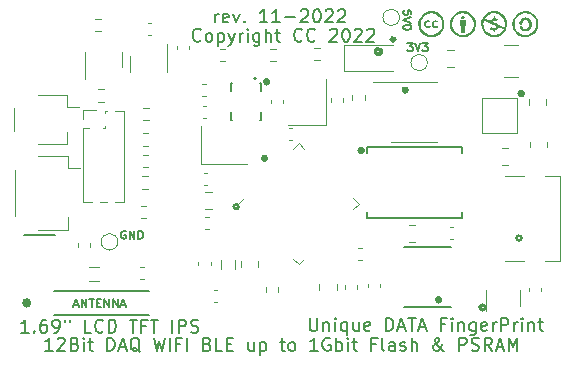
<source format=gbr>
%TF.GenerationSoftware,KiCad,Pcbnew,(6.0.9)*%
%TF.CreationDate,2022-11-24T16:49:11+01:00*%
%TF.ProjectId,LDAD ATOM PRO,4c444144-2041-4544-9f4d-2050524f2e6b,5.3*%
%TF.SameCoordinates,Original*%
%TF.FileFunction,Legend,Top*%
%TF.FilePolarity,Positive*%
%FSLAX46Y46*%
G04 Gerber Fmt 4.6, Leading zero omitted, Abs format (unit mm)*
G04 Created by KiCad (PCBNEW (6.0.9)) date 2022-11-24 16:49:11*
%MOMM*%
%LPD*%
G01*
G04 APERTURE LIST*
%ADD10C,0.280000*%
%ADD11C,0.340000*%
%ADD12C,0.150000*%
%ADD13C,0.200000*%
%ADD14C,0.120000*%
%ADD15C,0.127000*%
%ADD16C,0.381000*%
%ADD17C,0.300000*%
G04 APERTURE END LIST*
D10*
X152501050Y-107610000D02*
G75*
G03*
X152501050Y-107610000I-191050J0D01*
G01*
D11*
X147470799Y-86590000D02*
G75*
G03*
X147470799Y-86590000I-250799J0D01*
G01*
D10*
X149671050Y-89850000D02*
G75*
G03*
X149671050Y-89850000I-191050J0D01*
G01*
X137931050Y-89150000D02*
G75*
G03*
X137931050Y-89150000I-191050J0D01*
G01*
X156248694Y-108268951D02*
G75*
G03*
X156248694Y-108268951I-218694J0D01*
G01*
X159311050Y-102380000D02*
G75*
G03*
X159311050Y-102380000I-191050J0D01*
G01*
X145951050Y-94970000D02*
G75*
G03*
X145951050Y-94970000I-191050J0D01*
G01*
X135361050Y-99730000D02*
G75*
G03*
X135361050Y-99730000I-191050J0D01*
G01*
X159501050Y-90160000D02*
G75*
G03*
X159501050Y-90160000I-191050J0D01*
G01*
X137771050Y-95630000D02*
G75*
G03*
X137771050Y-95630000I-191050J0D01*
G01*
D12*
X150013333Y-83453333D02*
X150013333Y-83120000D01*
X149680000Y-83086666D01*
X149713333Y-83120000D01*
X149746666Y-83186666D01*
X149746666Y-83353333D01*
X149713333Y-83420000D01*
X149680000Y-83453333D01*
X149613333Y-83486666D01*
X149446666Y-83486666D01*
X149380000Y-83453333D01*
X149346666Y-83420000D01*
X149313333Y-83353333D01*
X149313333Y-83186666D01*
X149346666Y-83120000D01*
X149380000Y-83086666D01*
X150013333Y-83686666D02*
X149313333Y-83920000D01*
X150013333Y-84153333D01*
X150013333Y-84520000D02*
X150013333Y-84586666D01*
X149980000Y-84653333D01*
X149946666Y-84686666D01*
X149880000Y-84720000D01*
X149746666Y-84753333D01*
X149580000Y-84753333D01*
X149446666Y-84720000D01*
X149380000Y-84686666D01*
X149346666Y-84653333D01*
X149313333Y-84586666D01*
X149313333Y-84520000D01*
X149346666Y-84453333D01*
X149380000Y-84420000D01*
X149446666Y-84386666D01*
X149580000Y-84353333D01*
X149746666Y-84353333D01*
X149880000Y-84386666D01*
X149946666Y-84420000D01*
X149980000Y-84453333D01*
X150013333Y-84520000D01*
D13*
X141404761Y-109157619D02*
X141404761Y-110048095D01*
X141457142Y-110152857D01*
X141509523Y-110205238D01*
X141614285Y-110257619D01*
X141823809Y-110257619D01*
X141928571Y-110205238D01*
X141980952Y-110152857D01*
X142033333Y-110048095D01*
X142033333Y-109157619D01*
X142557142Y-109524285D02*
X142557142Y-110257619D01*
X142557142Y-109629047D02*
X142609523Y-109576666D01*
X142714285Y-109524285D01*
X142871428Y-109524285D01*
X142976190Y-109576666D01*
X143028571Y-109681428D01*
X143028571Y-110257619D01*
X143552380Y-110257619D02*
X143552380Y-109524285D01*
X143552380Y-109157619D02*
X143500000Y-109210000D01*
X143552380Y-109262380D01*
X143604761Y-109210000D01*
X143552380Y-109157619D01*
X143552380Y-109262380D01*
X144547619Y-109524285D02*
X144547619Y-110624285D01*
X144547619Y-110205238D02*
X144442857Y-110257619D01*
X144233333Y-110257619D01*
X144128571Y-110205238D01*
X144076190Y-110152857D01*
X144023809Y-110048095D01*
X144023809Y-109733809D01*
X144076190Y-109629047D01*
X144128571Y-109576666D01*
X144233333Y-109524285D01*
X144442857Y-109524285D01*
X144547619Y-109576666D01*
X145542857Y-109524285D02*
X145542857Y-110257619D01*
X145071428Y-109524285D02*
X145071428Y-110100476D01*
X145123809Y-110205238D01*
X145228571Y-110257619D01*
X145385714Y-110257619D01*
X145490476Y-110205238D01*
X145542857Y-110152857D01*
X146485714Y-110205238D02*
X146380952Y-110257619D01*
X146171428Y-110257619D01*
X146066666Y-110205238D01*
X146014285Y-110100476D01*
X146014285Y-109681428D01*
X146066666Y-109576666D01*
X146171428Y-109524285D01*
X146380952Y-109524285D01*
X146485714Y-109576666D01*
X146538095Y-109681428D01*
X146538095Y-109786190D01*
X146014285Y-109890952D01*
X147847619Y-110257619D02*
X147847619Y-109157619D01*
X148109523Y-109157619D01*
X148266666Y-109210000D01*
X148371428Y-109314761D01*
X148423809Y-109419523D01*
X148476190Y-109629047D01*
X148476190Y-109786190D01*
X148423809Y-109995714D01*
X148371428Y-110100476D01*
X148266666Y-110205238D01*
X148109523Y-110257619D01*
X147847619Y-110257619D01*
X148895238Y-109943333D02*
X149419047Y-109943333D01*
X148790476Y-110257619D02*
X149157142Y-109157619D01*
X149523809Y-110257619D01*
X149733333Y-109157619D02*
X150361904Y-109157619D01*
X150047619Y-110257619D02*
X150047619Y-109157619D01*
X150676190Y-109943333D02*
X151200000Y-109943333D01*
X150571428Y-110257619D02*
X150938095Y-109157619D01*
X151304761Y-110257619D01*
X152876190Y-109681428D02*
X152509523Y-109681428D01*
X152509523Y-110257619D02*
X152509523Y-109157619D01*
X153033333Y-109157619D01*
X153452380Y-110257619D02*
X153452380Y-109524285D01*
X153452380Y-109157619D02*
X153400000Y-109210000D01*
X153452380Y-109262380D01*
X153504761Y-109210000D01*
X153452380Y-109157619D01*
X153452380Y-109262380D01*
X153976190Y-109524285D02*
X153976190Y-110257619D01*
X153976190Y-109629047D02*
X154028571Y-109576666D01*
X154133333Y-109524285D01*
X154290476Y-109524285D01*
X154395238Y-109576666D01*
X154447619Y-109681428D01*
X154447619Y-110257619D01*
X155442857Y-109524285D02*
X155442857Y-110414761D01*
X155390476Y-110519523D01*
X155338095Y-110571904D01*
X155233333Y-110624285D01*
X155076190Y-110624285D01*
X154971428Y-110571904D01*
X155442857Y-110205238D02*
X155338095Y-110257619D01*
X155128571Y-110257619D01*
X155023809Y-110205238D01*
X154971428Y-110152857D01*
X154919047Y-110048095D01*
X154919047Y-109733809D01*
X154971428Y-109629047D01*
X155023809Y-109576666D01*
X155128571Y-109524285D01*
X155338095Y-109524285D01*
X155442857Y-109576666D01*
X156385714Y-110205238D02*
X156280952Y-110257619D01*
X156071428Y-110257619D01*
X155966666Y-110205238D01*
X155914285Y-110100476D01*
X155914285Y-109681428D01*
X155966666Y-109576666D01*
X156071428Y-109524285D01*
X156280952Y-109524285D01*
X156385714Y-109576666D01*
X156438095Y-109681428D01*
X156438095Y-109786190D01*
X155914285Y-109890952D01*
X156909523Y-110257619D02*
X156909523Y-109524285D01*
X156909523Y-109733809D02*
X156961904Y-109629047D01*
X157014285Y-109576666D01*
X157119047Y-109524285D01*
X157223809Y-109524285D01*
X157590476Y-110257619D02*
X157590476Y-109157619D01*
X158009523Y-109157619D01*
X158114285Y-109210000D01*
X158166666Y-109262380D01*
X158219047Y-109367142D01*
X158219047Y-109524285D01*
X158166666Y-109629047D01*
X158114285Y-109681428D01*
X158009523Y-109733809D01*
X157590476Y-109733809D01*
X158690476Y-110257619D02*
X158690476Y-109524285D01*
X158690476Y-109733809D02*
X158742857Y-109629047D01*
X158795238Y-109576666D01*
X158900000Y-109524285D01*
X159004761Y-109524285D01*
X159371428Y-110257619D02*
X159371428Y-109524285D01*
X159371428Y-109157619D02*
X159319047Y-109210000D01*
X159371428Y-109262380D01*
X159423809Y-109210000D01*
X159371428Y-109157619D01*
X159371428Y-109262380D01*
X159895238Y-109524285D02*
X159895238Y-110257619D01*
X159895238Y-109629047D02*
X159947619Y-109576666D01*
X160052380Y-109524285D01*
X160209523Y-109524285D01*
X160314285Y-109576666D01*
X160366666Y-109681428D01*
X160366666Y-110257619D01*
X160733333Y-109524285D02*
X161152380Y-109524285D01*
X160890476Y-109157619D02*
X160890476Y-110100476D01*
X160942857Y-110205238D01*
X161047619Y-110257619D01*
X161152380Y-110257619D01*
D12*
X121460000Y-108016666D02*
X121793333Y-108016666D01*
X121393333Y-108216666D02*
X121626666Y-107516666D01*
X121860000Y-108216666D01*
X122093333Y-108216666D02*
X122093333Y-107516666D01*
X122493333Y-108216666D01*
X122493333Y-107516666D01*
X122726666Y-107516666D02*
X123126666Y-107516666D01*
X122926666Y-108216666D02*
X122926666Y-107516666D01*
X123360000Y-107850000D02*
X123593333Y-107850000D01*
X123693333Y-108216666D02*
X123360000Y-108216666D01*
X123360000Y-107516666D01*
X123693333Y-107516666D01*
X123993333Y-108216666D02*
X123993333Y-107516666D01*
X124393333Y-108216666D01*
X124393333Y-107516666D01*
X124726666Y-108216666D02*
X124726666Y-107516666D01*
X125126666Y-108216666D01*
X125126666Y-107516666D01*
X125426666Y-108016666D02*
X125760000Y-108016666D01*
X125360000Y-108216666D02*
X125593333Y-107516666D01*
X125826666Y-108216666D01*
D13*
X117619047Y-110387619D02*
X116990476Y-110387619D01*
X117304761Y-110387619D02*
X117304761Y-109287619D01*
X117200000Y-109444761D01*
X117095238Y-109549523D01*
X116990476Y-109601904D01*
X118090476Y-110282857D02*
X118142857Y-110335238D01*
X118090476Y-110387619D01*
X118038095Y-110335238D01*
X118090476Y-110282857D01*
X118090476Y-110387619D01*
X119085714Y-109287619D02*
X118876190Y-109287619D01*
X118771428Y-109340000D01*
X118719047Y-109392380D01*
X118614285Y-109549523D01*
X118561904Y-109759047D01*
X118561904Y-110178095D01*
X118614285Y-110282857D01*
X118666666Y-110335238D01*
X118771428Y-110387619D01*
X118980952Y-110387619D01*
X119085714Y-110335238D01*
X119138095Y-110282857D01*
X119190476Y-110178095D01*
X119190476Y-109916190D01*
X119138095Y-109811428D01*
X119085714Y-109759047D01*
X118980952Y-109706666D01*
X118771428Y-109706666D01*
X118666666Y-109759047D01*
X118614285Y-109811428D01*
X118561904Y-109916190D01*
X119714285Y-110387619D02*
X119923809Y-110387619D01*
X120028571Y-110335238D01*
X120080952Y-110282857D01*
X120185714Y-110125714D01*
X120238095Y-109916190D01*
X120238095Y-109497142D01*
X120185714Y-109392380D01*
X120133333Y-109340000D01*
X120028571Y-109287619D01*
X119819047Y-109287619D01*
X119714285Y-109340000D01*
X119661904Y-109392380D01*
X119609523Y-109497142D01*
X119609523Y-109759047D01*
X119661904Y-109863809D01*
X119714285Y-109916190D01*
X119819047Y-109968571D01*
X120028571Y-109968571D01*
X120133333Y-109916190D01*
X120185714Y-109863809D01*
X120238095Y-109759047D01*
X120657142Y-109287619D02*
X120657142Y-109497142D01*
X121076190Y-109287619D02*
X121076190Y-109497142D01*
X122909523Y-110387619D02*
X122385714Y-110387619D01*
X122385714Y-109287619D01*
X123904761Y-110282857D02*
X123852380Y-110335238D01*
X123695238Y-110387619D01*
X123590476Y-110387619D01*
X123433333Y-110335238D01*
X123328571Y-110230476D01*
X123276190Y-110125714D01*
X123223809Y-109916190D01*
X123223809Y-109759047D01*
X123276190Y-109549523D01*
X123328571Y-109444761D01*
X123433333Y-109340000D01*
X123590476Y-109287619D01*
X123695238Y-109287619D01*
X123852380Y-109340000D01*
X123904761Y-109392380D01*
X124376190Y-110387619D02*
X124376190Y-109287619D01*
X124638095Y-109287619D01*
X124795238Y-109340000D01*
X124900000Y-109444761D01*
X124952380Y-109549523D01*
X125004761Y-109759047D01*
X125004761Y-109916190D01*
X124952380Y-110125714D01*
X124900000Y-110230476D01*
X124795238Y-110335238D01*
X124638095Y-110387619D01*
X124376190Y-110387619D01*
X126157142Y-109287619D02*
X126785714Y-109287619D01*
X126471428Y-110387619D02*
X126471428Y-109287619D01*
X127519047Y-109811428D02*
X127152380Y-109811428D01*
X127152380Y-110387619D02*
X127152380Y-109287619D01*
X127676190Y-109287619D01*
X127938095Y-109287619D02*
X128566666Y-109287619D01*
X128252380Y-110387619D02*
X128252380Y-109287619D01*
X129771428Y-110387619D02*
X129771428Y-109287619D01*
X130295238Y-110387619D02*
X130295238Y-109287619D01*
X130714285Y-109287619D01*
X130819047Y-109340000D01*
X130871428Y-109392380D01*
X130923809Y-109497142D01*
X130923809Y-109654285D01*
X130871428Y-109759047D01*
X130819047Y-109811428D01*
X130714285Y-109863809D01*
X130295238Y-109863809D01*
X131342857Y-110335238D02*
X131500000Y-110387619D01*
X131761904Y-110387619D01*
X131866666Y-110335238D01*
X131919047Y-110282857D01*
X131971428Y-110178095D01*
X131971428Y-110073333D01*
X131919047Y-109968571D01*
X131866666Y-109916190D01*
X131761904Y-109863809D01*
X131552380Y-109811428D01*
X131447619Y-109759047D01*
X131395238Y-109706666D01*
X131342857Y-109601904D01*
X131342857Y-109497142D01*
X131395238Y-109392380D01*
X131447619Y-109340000D01*
X131552380Y-109287619D01*
X131814285Y-109287619D01*
X131971428Y-109340000D01*
X133416190Y-84117619D02*
X133416190Y-83384285D01*
X133416190Y-83593809D02*
X133468571Y-83489047D01*
X133520952Y-83436666D01*
X133625714Y-83384285D01*
X133730476Y-83384285D01*
X134516190Y-84065238D02*
X134411428Y-84117619D01*
X134201904Y-84117619D01*
X134097142Y-84065238D01*
X134044761Y-83960476D01*
X134044761Y-83541428D01*
X134097142Y-83436666D01*
X134201904Y-83384285D01*
X134411428Y-83384285D01*
X134516190Y-83436666D01*
X134568571Y-83541428D01*
X134568571Y-83646190D01*
X134044761Y-83750952D01*
X134935238Y-83384285D02*
X135197142Y-84117619D01*
X135459047Y-83384285D01*
X135878095Y-84012857D02*
X135930476Y-84065238D01*
X135878095Y-84117619D01*
X135825714Y-84065238D01*
X135878095Y-84012857D01*
X135878095Y-84117619D01*
X137816190Y-84117619D02*
X137187619Y-84117619D01*
X137501904Y-84117619D02*
X137501904Y-83017619D01*
X137397142Y-83174761D01*
X137292380Y-83279523D01*
X137187619Y-83331904D01*
X138863809Y-84117619D02*
X138235238Y-84117619D01*
X138549523Y-84117619D02*
X138549523Y-83017619D01*
X138444761Y-83174761D01*
X138340000Y-83279523D01*
X138235238Y-83331904D01*
X139335238Y-83698571D02*
X140173333Y-83698571D01*
X140644761Y-83122380D02*
X140697142Y-83070000D01*
X140801904Y-83017619D01*
X141063809Y-83017619D01*
X141168571Y-83070000D01*
X141220952Y-83122380D01*
X141273333Y-83227142D01*
X141273333Y-83331904D01*
X141220952Y-83489047D01*
X140592380Y-84117619D01*
X141273333Y-84117619D01*
X141954285Y-83017619D02*
X142059047Y-83017619D01*
X142163809Y-83070000D01*
X142216190Y-83122380D01*
X142268571Y-83227142D01*
X142320952Y-83436666D01*
X142320952Y-83698571D01*
X142268571Y-83908095D01*
X142216190Y-84012857D01*
X142163809Y-84065238D01*
X142059047Y-84117619D01*
X141954285Y-84117619D01*
X141849523Y-84065238D01*
X141797142Y-84012857D01*
X141744761Y-83908095D01*
X141692380Y-83698571D01*
X141692380Y-83436666D01*
X141744761Y-83227142D01*
X141797142Y-83122380D01*
X141849523Y-83070000D01*
X141954285Y-83017619D01*
X142740000Y-83122380D02*
X142792380Y-83070000D01*
X142897142Y-83017619D01*
X143159047Y-83017619D01*
X143263809Y-83070000D01*
X143316190Y-83122380D01*
X143368571Y-83227142D01*
X143368571Y-83331904D01*
X143316190Y-83489047D01*
X142687619Y-84117619D01*
X143368571Y-84117619D01*
X143787619Y-83122380D02*
X143840000Y-83070000D01*
X143944761Y-83017619D01*
X144206666Y-83017619D01*
X144311428Y-83070000D01*
X144363809Y-83122380D01*
X144416190Y-83227142D01*
X144416190Y-83331904D01*
X144363809Y-83489047D01*
X143735238Y-84117619D01*
X144416190Y-84117619D01*
D12*
X149673333Y-85866666D02*
X150106666Y-85866666D01*
X149873333Y-86133333D01*
X149973333Y-86133333D01*
X150040000Y-86166666D01*
X150073333Y-86200000D01*
X150106666Y-86266666D01*
X150106666Y-86433333D01*
X150073333Y-86500000D01*
X150040000Y-86533333D01*
X149973333Y-86566666D01*
X149773333Y-86566666D01*
X149706666Y-86533333D01*
X149673333Y-86500000D01*
X150306666Y-85866666D02*
X150540000Y-86566666D01*
X150773333Y-85866666D01*
X150940000Y-85866666D02*
X151373333Y-85866666D01*
X151140000Y-86133333D01*
X151240000Y-86133333D01*
X151306666Y-86166666D01*
X151340000Y-86200000D01*
X151373333Y-86266666D01*
X151373333Y-86433333D01*
X151340000Y-86500000D01*
X151306666Y-86533333D01*
X151240000Y-86566666D01*
X151040000Y-86566666D01*
X150973333Y-86533333D01*
X150940000Y-86500000D01*
D13*
X132160952Y-85642857D02*
X132108571Y-85695238D01*
X131951428Y-85747619D01*
X131846666Y-85747619D01*
X131689523Y-85695238D01*
X131584761Y-85590476D01*
X131532380Y-85485714D01*
X131480000Y-85276190D01*
X131480000Y-85119047D01*
X131532380Y-84909523D01*
X131584761Y-84804761D01*
X131689523Y-84700000D01*
X131846666Y-84647619D01*
X131951428Y-84647619D01*
X132108571Y-84700000D01*
X132160952Y-84752380D01*
X132789523Y-85747619D02*
X132684761Y-85695238D01*
X132632380Y-85642857D01*
X132580000Y-85538095D01*
X132580000Y-85223809D01*
X132632380Y-85119047D01*
X132684761Y-85066666D01*
X132789523Y-85014285D01*
X132946666Y-85014285D01*
X133051428Y-85066666D01*
X133103809Y-85119047D01*
X133156190Y-85223809D01*
X133156190Y-85538095D01*
X133103809Y-85642857D01*
X133051428Y-85695238D01*
X132946666Y-85747619D01*
X132789523Y-85747619D01*
X133627619Y-85014285D02*
X133627619Y-86114285D01*
X133627619Y-85066666D02*
X133732380Y-85014285D01*
X133941904Y-85014285D01*
X134046666Y-85066666D01*
X134099047Y-85119047D01*
X134151428Y-85223809D01*
X134151428Y-85538095D01*
X134099047Y-85642857D01*
X134046666Y-85695238D01*
X133941904Y-85747619D01*
X133732380Y-85747619D01*
X133627619Y-85695238D01*
X134518095Y-85014285D02*
X134780000Y-85747619D01*
X135041904Y-85014285D02*
X134780000Y-85747619D01*
X134675238Y-86009523D01*
X134622857Y-86061904D01*
X134518095Y-86114285D01*
X135460952Y-85747619D02*
X135460952Y-85014285D01*
X135460952Y-85223809D02*
X135513333Y-85119047D01*
X135565714Y-85066666D01*
X135670476Y-85014285D01*
X135775238Y-85014285D01*
X136141904Y-85747619D02*
X136141904Y-85014285D01*
X136141904Y-84647619D02*
X136089523Y-84700000D01*
X136141904Y-84752380D01*
X136194285Y-84700000D01*
X136141904Y-84647619D01*
X136141904Y-84752380D01*
X137137142Y-85014285D02*
X137137142Y-85904761D01*
X137084761Y-86009523D01*
X137032380Y-86061904D01*
X136927619Y-86114285D01*
X136770476Y-86114285D01*
X136665714Y-86061904D01*
X137137142Y-85695238D02*
X137032380Y-85747619D01*
X136822857Y-85747619D01*
X136718095Y-85695238D01*
X136665714Y-85642857D01*
X136613333Y-85538095D01*
X136613333Y-85223809D01*
X136665714Y-85119047D01*
X136718095Y-85066666D01*
X136822857Y-85014285D01*
X137032380Y-85014285D01*
X137137142Y-85066666D01*
X137660952Y-85747619D02*
X137660952Y-84647619D01*
X138132380Y-85747619D02*
X138132380Y-85171428D01*
X138080000Y-85066666D01*
X137975238Y-85014285D01*
X137818095Y-85014285D01*
X137713333Y-85066666D01*
X137660952Y-85119047D01*
X138499047Y-85014285D02*
X138918095Y-85014285D01*
X138656190Y-84647619D02*
X138656190Y-85590476D01*
X138708571Y-85695238D01*
X138813333Y-85747619D01*
X138918095Y-85747619D01*
X140751428Y-85642857D02*
X140699047Y-85695238D01*
X140541904Y-85747619D01*
X140437142Y-85747619D01*
X140280000Y-85695238D01*
X140175238Y-85590476D01*
X140122857Y-85485714D01*
X140070476Y-85276190D01*
X140070476Y-85119047D01*
X140122857Y-84909523D01*
X140175238Y-84804761D01*
X140280000Y-84700000D01*
X140437142Y-84647619D01*
X140541904Y-84647619D01*
X140699047Y-84700000D01*
X140751428Y-84752380D01*
X141851428Y-85642857D02*
X141799047Y-85695238D01*
X141641904Y-85747619D01*
X141537142Y-85747619D01*
X141380000Y-85695238D01*
X141275238Y-85590476D01*
X141222857Y-85485714D01*
X141170476Y-85276190D01*
X141170476Y-85119047D01*
X141222857Y-84909523D01*
X141275238Y-84804761D01*
X141380000Y-84700000D01*
X141537142Y-84647619D01*
X141641904Y-84647619D01*
X141799047Y-84700000D01*
X141851428Y-84752380D01*
X143108571Y-84752380D02*
X143160952Y-84700000D01*
X143265714Y-84647619D01*
X143527619Y-84647619D01*
X143632380Y-84700000D01*
X143684761Y-84752380D01*
X143737142Y-84857142D01*
X143737142Y-84961904D01*
X143684761Y-85119047D01*
X143056190Y-85747619D01*
X143737142Y-85747619D01*
X144418095Y-84647619D02*
X144522857Y-84647619D01*
X144627619Y-84700000D01*
X144680000Y-84752380D01*
X144732380Y-84857142D01*
X144784761Y-85066666D01*
X144784761Y-85328571D01*
X144732380Y-85538095D01*
X144680000Y-85642857D01*
X144627619Y-85695238D01*
X144522857Y-85747619D01*
X144418095Y-85747619D01*
X144313333Y-85695238D01*
X144260952Y-85642857D01*
X144208571Y-85538095D01*
X144156190Y-85328571D01*
X144156190Y-85066666D01*
X144208571Y-84857142D01*
X144260952Y-84752380D01*
X144313333Y-84700000D01*
X144418095Y-84647619D01*
X145203809Y-84752380D02*
X145256190Y-84700000D01*
X145360952Y-84647619D01*
X145622857Y-84647619D01*
X145727619Y-84700000D01*
X145780000Y-84752380D01*
X145832380Y-84857142D01*
X145832380Y-84961904D01*
X145780000Y-85119047D01*
X145151428Y-85747619D01*
X145832380Y-85747619D01*
X146251428Y-84752380D02*
X146303809Y-84700000D01*
X146408571Y-84647619D01*
X146670476Y-84647619D01*
X146775238Y-84700000D01*
X146827619Y-84752380D01*
X146880000Y-84857142D01*
X146880000Y-84961904D01*
X146827619Y-85119047D01*
X146199047Y-85747619D01*
X146880000Y-85747619D01*
X119639047Y-111927619D02*
X119010476Y-111927619D01*
X119324761Y-111927619D02*
X119324761Y-110827619D01*
X119219999Y-110984761D01*
X119115238Y-111089523D01*
X119010476Y-111141904D01*
X120058095Y-110932380D02*
X120110476Y-110880000D01*
X120215238Y-110827619D01*
X120477142Y-110827619D01*
X120581904Y-110880000D01*
X120634285Y-110932380D01*
X120686666Y-111037142D01*
X120686666Y-111141904D01*
X120634285Y-111299047D01*
X120005714Y-111927619D01*
X120686666Y-111927619D01*
X121524761Y-111351428D02*
X121681904Y-111403809D01*
X121734285Y-111456190D01*
X121786666Y-111560952D01*
X121786666Y-111718095D01*
X121734285Y-111822857D01*
X121681904Y-111875238D01*
X121577142Y-111927619D01*
X121158095Y-111927619D01*
X121158095Y-110827619D01*
X121524761Y-110827619D01*
X121629523Y-110880000D01*
X121681904Y-110932380D01*
X121734285Y-111037142D01*
X121734285Y-111141904D01*
X121681904Y-111246666D01*
X121629523Y-111299047D01*
X121524761Y-111351428D01*
X121158095Y-111351428D01*
X122258095Y-111927619D02*
X122258095Y-111194285D01*
X122258095Y-110827619D02*
X122205714Y-110880000D01*
X122258095Y-110932380D01*
X122310476Y-110880000D01*
X122258095Y-110827619D01*
X122258095Y-110932380D01*
X122624761Y-111194285D02*
X123043809Y-111194285D01*
X122781904Y-110827619D02*
X122781904Y-111770476D01*
X122834285Y-111875238D01*
X122939047Y-111927619D01*
X123043809Y-111927619D01*
X124248571Y-111927619D02*
X124248571Y-110827619D01*
X124510476Y-110827619D01*
X124667619Y-110880000D01*
X124772380Y-110984761D01*
X124824761Y-111089523D01*
X124877142Y-111299047D01*
X124877142Y-111456190D01*
X124824761Y-111665714D01*
X124772380Y-111770476D01*
X124667619Y-111875238D01*
X124510476Y-111927619D01*
X124248571Y-111927619D01*
X125296190Y-111613333D02*
X125819999Y-111613333D01*
X125191428Y-111927619D02*
X125558095Y-110827619D01*
X125924761Y-111927619D01*
X127024761Y-112032380D02*
X126919999Y-111980000D01*
X126815238Y-111875238D01*
X126658095Y-111718095D01*
X126553333Y-111665714D01*
X126448571Y-111665714D01*
X126500952Y-111927619D02*
X126396190Y-111875238D01*
X126291428Y-111770476D01*
X126239047Y-111560952D01*
X126239047Y-111194285D01*
X126291428Y-110984761D01*
X126396190Y-110880000D01*
X126500952Y-110827619D01*
X126710476Y-110827619D01*
X126815238Y-110880000D01*
X126919999Y-110984761D01*
X126972380Y-111194285D01*
X126972380Y-111560952D01*
X126919999Y-111770476D01*
X126815238Y-111875238D01*
X126710476Y-111927619D01*
X126500952Y-111927619D01*
X128177142Y-110827619D02*
X128439047Y-111927619D01*
X128648571Y-111141904D01*
X128858095Y-111927619D01*
X129120000Y-110827619D01*
X129539047Y-111927619D02*
X129539047Y-110827619D01*
X130429523Y-111351428D02*
X130062857Y-111351428D01*
X130062857Y-111927619D02*
X130062857Y-110827619D01*
X130586666Y-110827619D01*
X131005714Y-111927619D02*
X131005714Y-110827619D01*
X132734285Y-111351428D02*
X132891428Y-111403809D01*
X132943809Y-111456190D01*
X132996190Y-111560952D01*
X132996190Y-111718095D01*
X132943809Y-111822857D01*
X132891428Y-111875238D01*
X132786666Y-111927619D01*
X132367619Y-111927619D01*
X132367619Y-110827619D01*
X132734285Y-110827619D01*
X132839047Y-110880000D01*
X132891428Y-110932380D01*
X132943809Y-111037142D01*
X132943809Y-111141904D01*
X132891428Y-111246666D01*
X132839047Y-111299047D01*
X132734285Y-111351428D01*
X132367619Y-111351428D01*
X133991428Y-111927619D02*
X133467619Y-111927619D01*
X133467619Y-110827619D01*
X134358095Y-111351428D02*
X134724761Y-111351428D01*
X134881904Y-111927619D02*
X134358095Y-111927619D01*
X134358095Y-110827619D01*
X134881904Y-110827619D01*
X136662857Y-111194285D02*
X136662857Y-111927619D01*
X136191428Y-111194285D02*
X136191428Y-111770476D01*
X136243809Y-111875238D01*
X136348571Y-111927619D01*
X136505714Y-111927619D01*
X136610476Y-111875238D01*
X136662857Y-111822857D01*
X137186666Y-111194285D02*
X137186666Y-112294285D01*
X137186666Y-111246666D02*
X137291428Y-111194285D01*
X137500952Y-111194285D01*
X137605714Y-111246666D01*
X137658095Y-111299047D01*
X137710476Y-111403809D01*
X137710476Y-111718095D01*
X137658095Y-111822857D01*
X137605714Y-111875238D01*
X137500952Y-111927619D01*
X137291428Y-111927619D01*
X137186666Y-111875238D01*
X138862857Y-111194285D02*
X139281904Y-111194285D01*
X139020000Y-110827619D02*
X139020000Y-111770476D01*
X139072380Y-111875238D01*
X139177142Y-111927619D01*
X139281904Y-111927619D01*
X139805714Y-111927619D02*
X139700952Y-111875238D01*
X139648571Y-111822857D01*
X139596190Y-111718095D01*
X139596190Y-111403809D01*
X139648571Y-111299047D01*
X139700952Y-111246666D01*
X139805714Y-111194285D01*
X139962857Y-111194285D01*
X140067619Y-111246666D01*
X140120000Y-111299047D01*
X140172380Y-111403809D01*
X140172380Y-111718095D01*
X140120000Y-111822857D01*
X140067619Y-111875238D01*
X139962857Y-111927619D01*
X139805714Y-111927619D01*
X142058095Y-111927619D02*
X141429523Y-111927619D01*
X141743809Y-111927619D02*
X141743809Y-110827619D01*
X141639047Y-110984761D01*
X141534285Y-111089523D01*
X141429523Y-111141904D01*
X143105714Y-110880000D02*
X143000952Y-110827619D01*
X142843809Y-110827619D01*
X142686666Y-110880000D01*
X142581904Y-110984761D01*
X142529523Y-111089523D01*
X142477142Y-111299047D01*
X142477142Y-111456190D01*
X142529523Y-111665714D01*
X142581904Y-111770476D01*
X142686666Y-111875238D01*
X142843809Y-111927619D01*
X142948571Y-111927619D01*
X143105714Y-111875238D01*
X143158095Y-111822857D01*
X143158095Y-111456190D01*
X142948571Y-111456190D01*
X143629523Y-111927619D02*
X143629523Y-110827619D01*
X143629523Y-111246666D02*
X143734285Y-111194285D01*
X143943809Y-111194285D01*
X144048571Y-111246666D01*
X144100952Y-111299047D01*
X144153333Y-111403809D01*
X144153333Y-111718095D01*
X144100952Y-111822857D01*
X144048571Y-111875238D01*
X143943809Y-111927619D01*
X143734285Y-111927619D01*
X143629523Y-111875238D01*
X144624761Y-111927619D02*
X144624761Y-111194285D01*
X144624761Y-110827619D02*
X144572380Y-110880000D01*
X144624761Y-110932380D01*
X144677142Y-110880000D01*
X144624761Y-110827619D01*
X144624761Y-110932380D01*
X144991428Y-111194285D02*
X145410476Y-111194285D01*
X145148571Y-110827619D02*
X145148571Y-111770476D01*
X145200952Y-111875238D01*
X145305714Y-111927619D01*
X145410476Y-111927619D01*
X146981904Y-111351428D02*
X146615238Y-111351428D01*
X146615238Y-111927619D02*
X146615238Y-110827619D01*
X147139047Y-110827619D01*
X147715238Y-111927619D02*
X147610476Y-111875238D01*
X147558095Y-111770476D01*
X147558095Y-110827619D01*
X148605714Y-111927619D02*
X148605714Y-111351428D01*
X148553333Y-111246666D01*
X148448571Y-111194285D01*
X148239047Y-111194285D01*
X148134285Y-111246666D01*
X148605714Y-111875238D02*
X148500952Y-111927619D01*
X148239047Y-111927619D01*
X148134285Y-111875238D01*
X148081904Y-111770476D01*
X148081904Y-111665714D01*
X148134285Y-111560952D01*
X148239047Y-111508571D01*
X148500952Y-111508571D01*
X148605714Y-111456190D01*
X149077142Y-111875238D02*
X149181904Y-111927619D01*
X149391428Y-111927619D01*
X149496190Y-111875238D01*
X149548571Y-111770476D01*
X149548571Y-111718095D01*
X149496190Y-111613333D01*
X149391428Y-111560952D01*
X149234285Y-111560952D01*
X149129523Y-111508571D01*
X149077142Y-111403809D01*
X149077142Y-111351428D01*
X149129523Y-111246666D01*
X149234285Y-111194285D01*
X149391428Y-111194285D01*
X149496190Y-111246666D01*
X150020000Y-111927619D02*
X150020000Y-110827619D01*
X150491428Y-111927619D02*
X150491428Y-111351428D01*
X150439047Y-111246666D01*
X150334285Y-111194285D01*
X150177142Y-111194285D01*
X150072380Y-111246666D01*
X150020000Y-111299047D01*
X152743809Y-111927619D02*
X152691428Y-111927619D01*
X152586666Y-111875238D01*
X152429523Y-111718095D01*
X152167619Y-111403809D01*
X152062857Y-111246666D01*
X152010476Y-111089523D01*
X152010476Y-110984761D01*
X152062857Y-110880000D01*
X152167619Y-110827619D01*
X152220000Y-110827619D01*
X152324761Y-110880000D01*
X152377142Y-110984761D01*
X152377142Y-111037142D01*
X152324761Y-111141904D01*
X152272380Y-111194285D01*
X151958095Y-111403809D01*
X151905714Y-111456190D01*
X151853333Y-111560952D01*
X151853333Y-111718095D01*
X151905714Y-111822857D01*
X151958095Y-111875238D01*
X152062857Y-111927619D01*
X152220000Y-111927619D01*
X152324761Y-111875238D01*
X152377142Y-111822857D01*
X152534285Y-111613333D01*
X152586666Y-111456190D01*
X152586666Y-111351428D01*
X154053333Y-111927619D02*
X154053333Y-110827619D01*
X154472380Y-110827619D01*
X154577142Y-110880000D01*
X154629523Y-110932380D01*
X154681904Y-111037142D01*
X154681904Y-111194285D01*
X154629523Y-111299047D01*
X154577142Y-111351428D01*
X154472380Y-111403809D01*
X154053333Y-111403809D01*
X155100952Y-111875238D02*
X155258095Y-111927619D01*
X155520000Y-111927619D01*
X155624761Y-111875238D01*
X155677142Y-111822857D01*
X155729523Y-111718095D01*
X155729523Y-111613333D01*
X155677142Y-111508571D01*
X155624761Y-111456190D01*
X155520000Y-111403809D01*
X155310476Y-111351428D01*
X155205714Y-111299047D01*
X155153333Y-111246666D01*
X155100952Y-111141904D01*
X155100952Y-111037142D01*
X155153333Y-110932380D01*
X155205714Y-110880000D01*
X155310476Y-110827619D01*
X155572380Y-110827619D01*
X155729523Y-110880000D01*
X156829523Y-111927619D02*
X156462857Y-111403809D01*
X156200952Y-111927619D02*
X156200952Y-110827619D01*
X156620000Y-110827619D01*
X156724761Y-110880000D01*
X156777142Y-110932380D01*
X156829523Y-111037142D01*
X156829523Y-111194285D01*
X156777142Y-111299047D01*
X156724761Y-111351428D01*
X156620000Y-111403809D01*
X156200952Y-111403809D01*
X157248571Y-111613333D02*
X157772380Y-111613333D01*
X157143809Y-111927619D02*
X157510476Y-110827619D01*
X157877142Y-111927619D01*
X158243809Y-111927619D02*
X158243809Y-110827619D01*
X158610476Y-111613333D01*
X158977142Y-110827619D01*
X158977142Y-111927619D01*
D12*
X125816666Y-101780000D02*
X125750000Y-101746666D01*
X125650000Y-101746666D01*
X125550000Y-101780000D01*
X125483333Y-101846666D01*
X125450000Y-101913333D01*
X125416666Y-102046666D01*
X125416666Y-102146666D01*
X125450000Y-102280000D01*
X125483333Y-102346666D01*
X125550000Y-102413333D01*
X125650000Y-102446666D01*
X125716666Y-102446666D01*
X125816666Y-102413333D01*
X125850000Y-102380000D01*
X125850000Y-102146666D01*
X125716666Y-102146666D01*
X126150000Y-102446666D02*
X126150000Y-101746666D01*
X126550000Y-102446666D01*
X126550000Y-101746666D01*
X126883333Y-102446666D02*
X126883333Y-101746666D01*
X127050000Y-101746666D01*
X127150000Y-101780000D01*
X127216666Y-101846666D01*
X127250000Y-101913333D01*
X127283333Y-102046666D01*
X127283333Y-102146666D01*
X127250000Y-102280000D01*
X127216666Y-102346666D01*
X127150000Y-102413333D01*
X127050000Y-102446666D01*
X126883333Y-102446666D01*
%TO.C,*%
D14*
%TO.C,EC20*%
X133000000Y-104399420D02*
X133000000Y-104680580D01*
X131980000Y-104399420D02*
X131980000Y-104680580D01*
%TO.C,EC18*%
X142225000Y-106801252D02*
X142225000Y-106278748D01*
X143695000Y-106801252D02*
X143695000Y-106278748D01*
%TO.C,AUC1*%
X147370000Y-106259420D02*
X147370000Y-106540580D01*
X146350000Y-106259420D02*
X146350000Y-106540580D01*
%TO.C,AR1*%
X161425000Y-90622936D02*
X161425000Y-91077064D01*
X159955000Y-90622936D02*
X159955000Y-91077064D01*
%TO.C,EC25*%
X149828748Y-102745000D02*
X150351252Y-102745000D01*
X149828748Y-101275000D02*
X150351252Y-101275000D01*
%TO.C,LR1*%
X141802742Y-86287500D02*
X142277258Y-86287500D01*
X141802742Y-87332500D02*
X142277258Y-87332500D01*
%TO.C,ECY3*%
X132170000Y-96112500D02*
X136070000Y-96112500D01*
X132170000Y-92912500D02*
X132170000Y-96112500D01*
%TO.C,EC60*%
X132620580Y-92240000D02*
X132339420Y-92240000D01*
X132620580Y-91220000D02*
X132339420Y-91220000D01*
%TO.C,EC61*%
X132720580Y-96840000D02*
X132439420Y-96840000D01*
X132720580Y-97860000D02*
X132439420Y-97860000D01*
%TO.C,J1*%
X123868471Y-93085000D02*
X124011529Y-93085000D01*
X122175000Y-92325000D02*
X122175000Y-91565000D01*
X123612530Y-99370000D02*
X124267470Y-99370000D01*
X125705000Y-91630000D02*
X125705000Y-99370000D01*
X124065000Y-91630000D02*
X124267470Y-91630000D01*
X122175000Y-91565000D02*
X123305000Y-91565000D01*
X124065000Y-91761529D02*
X124065000Y-91630000D01*
X122175000Y-93085000D02*
X122741529Y-93085000D01*
X124882530Y-91630000D02*
X125705000Y-91630000D01*
X122175000Y-93085000D02*
X122175000Y-99370000D01*
X122175000Y-99370000D02*
X122997470Y-99370000D01*
X124065000Y-93031529D02*
X124065000Y-92888471D01*
X124882530Y-99370000D02*
X125705000Y-99370000D01*
%TO.C,ESP32S3*%
X139990432Y-94824308D02*
X140450051Y-94364689D01*
X140909670Y-104115692D02*
X140450051Y-104575311D01*
X145555362Y-99470000D02*
X145095743Y-99010381D01*
X140450051Y-104575311D02*
X139990432Y-104115692D01*
X135804359Y-99010381D02*
X135344740Y-99470000D01*
X140450051Y-94364689D02*
X140909670Y-94824308D01*
X145095743Y-99929619D02*
X145555362Y-99470000D01*
%TO.C,ER1*%
X138742500Y-106979758D02*
X138742500Y-106505242D01*
X137697500Y-106979758D02*
X137697500Y-106505242D01*
%TO.C,ER3*%
X123987258Y-89787500D02*
X123512742Y-89787500D01*
X123987258Y-90832500D02*
X123512742Y-90832500D01*
%TO.C,EC38*%
X127049420Y-104810000D02*
X127330580Y-104810000D01*
X127049420Y-105830000D02*
X127330580Y-105830000D01*
%TO.C,J2*%
X162620000Y-104360000D02*
X161360000Y-104360000D01*
X162620000Y-97140000D02*
X162620000Y-104360000D01*
X159560000Y-104360000D02*
X157920000Y-104360000D01*
X159560000Y-97140000D02*
X157900000Y-97140000D01*
X161360000Y-97140000D02*
X162620000Y-97140000D01*
%TO.C,SHC1*%
X159940000Y-106900580D02*
X159940000Y-106619420D01*
X160960000Y-106900580D02*
X160960000Y-106619420D01*
%TO.C,PSR1*%
X145007500Y-90724758D02*
X145007500Y-90250242D01*
X146052500Y-90724758D02*
X146052500Y-90250242D01*
%TO.C,SH1*%
X159170000Y-108110000D02*
X159170000Y-106810000D01*
X156350000Y-108550000D02*
X156350000Y-106810000D01*
D15*
%TO.C,J20*%
X119795000Y-102160000D02*
X117195000Y-102160000D01*
D14*
%TO.C,EC26*%
X145509420Y-103260000D02*
X145790580Y-103260000D01*
X145509420Y-104280000D02*
X145790580Y-104280000D01*
%TO.C,AC1*%
X153581252Y-87925000D02*
X153058748Y-87925000D01*
X153581252Y-86455000D02*
X153058748Y-86455000D01*
%TO.C,MCPC2*%
X131150000Y-86089420D02*
X131150000Y-86370580D01*
X130130000Y-86089420D02*
X130130000Y-86370580D01*
%TO.C,EC40*%
X135545000Y-104831252D02*
X135545000Y-104308748D01*
X137015000Y-104831252D02*
X137015000Y-104308748D01*
%TO.C,TP2*%
X151360000Y-87530000D02*
G75*
G03*
X151360000Y-87530000I-700000J0D01*
G01*
%TO.C,EC17*%
X144360000Y-106660580D02*
X144360000Y-106379420D01*
X145380000Y-106660580D02*
X145380000Y-106379420D01*
%TO.C,G\u002A\u002A\u002A*%
G36*
X154420711Y-83575428D02*
G01*
X154464482Y-83601400D01*
X154505590Y-83657416D01*
X154513792Y-83722401D01*
X154493335Y-83785030D01*
X154448463Y-83833975D01*
X154383421Y-83857909D01*
X154368050Y-83858698D01*
X154299348Y-83843046D01*
X154261969Y-83816092D01*
X154225457Y-83751516D01*
X154223498Y-83686798D01*
X154249067Y-83629385D01*
X154295142Y-83586721D01*
X154354698Y-83566253D01*
X154420711Y-83575428D01*
G37*
G36*
X154474607Y-83923758D02*
G01*
X154553875Y-83929621D01*
X154609510Y-83939027D01*
X154628399Y-83947598D01*
X154641703Y-83983997D01*
X154650198Y-84060729D01*
X154653710Y-84176048D01*
X154653800Y-84201598D01*
X154653163Y-84302849D01*
X154650446Y-84369054D01*
X154644434Y-84407490D01*
X154633915Y-84425437D01*
X154617676Y-84430171D01*
X154615700Y-84430198D01*
X154580244Y-84435435D01*
X154555476Y-84455231D01*
X154539585Y-84495709D01*
X154530758Y-84562995D01*
X154527183Y-84663214D01*
X154526800Y-84730765D01*
X154526800Y-84980532D01*
X154209300Y-84980532D01*
X154209300Y-84730765D01*
X154207750Y-84610891D01*
X154201895Y-84527153D01*
X154189923Y-84473424D01*
X154170022Y-84443580D01*
X154140379Y-84431496D01*
X154120400Y-84430198D01*
X154103524Y-84426381D01*
X154092490Y-84410076D01*
X154086084Y-84374005D01*
X154083093Y-84310891D01*
X154082304Y-84213456D01*
X154082300Y-84201598D01*
X154084866Y-84079298D01*
X154092447Y-83995261D01*
X154104871Y-83951232D01*
X154107700Y-83947598D01*
X154140590Y-83935743D01*
X154204696Y-83927432D01*
X154289047Y-83922664D01*
X154382674Y-83921439D01*
X154474607Y-83923758D01*
G37*
G36*
X151457701Y-83938770D02*
G01*
X151561272Y-83975449D01*
X151621337Y-84018221D01*
X151658381Y-84053574D01*
X151666187Y-84074769D01*
X151647563Y-84095308D01*
X151638796Y-84102163D01*
X151577435Y-84131180D01*
X151523037Y-84121989D01*
X151499966Y-84102115D01*
X151454383Y-84076232D01*
X151391750Y-84072828D01*
X151331101Y-84092238D01*
X151320808Y-84098943D01*
X151291621Y-84140682D01*
X151274820Y-84216842D01*
X151272348Y-84241818D01*
X151269922Y-84316823D01*
X151280314Y-84367817D01*
X151307197Y-84412122D01*
X151308922Y-84414323D01*
X151368484Y-84460946D01*
X151437509Y-84471536D01*
X151503854Y-84445166D01*
X151520821Y-84430510D01*
X151558976Y-84402220D01*
X151598304Y-84405346D01*
X151616071Y-84412741D01*
X151654980Y-84434879D01*
X151669300Y-84450802D01*
X151652604Y-84479525D01*
X151610685Y-84518459D01*
X151555789Y-84558119D01*
X151500166Y-84589024D01*
X151480933Y-84596651D01*
X151433486Y-84612018D01*
X151401417Y-84616994D01*
X151365788Y-84611510D01*
X151309466Y-84596001D01*
X151214229Y-84549932D01*
X151138785Y-84476137D01*
X151092744Y-84385057D01*
X151085623Y-84352869D01*
X151081837Y-84222206D01*
X151113644Y-84112410D01*
X151161327Y-84041817D01*
X151248160Y-83972445D01*
X151350141Y-83937932D01*
X151457701Y-83938770D01*
G37*
G36*
X158591361Y-84004089D02*
G01*
X158638013Y-83861814D01*
X158689404Y-83747676D01*
X158750878Y-83653842D01*
X158836747Y-83551669D01*
X158936433Y-83451511D01*
X159039360Y-83363721D01*
X159134948Y-83298655D01*
X159163220Y-83283868D01*
X159373368Y-83204259D01*
X159578968Y-83166527D01*
X159780903Y-83170566D01*
X159905795Y-83194292D01*
X160119514Y-83268971D01*
X160306097Y-83375866D01*
X160464165Y-83513600D01*
X160592340Y-83680793D01*
X160689242Y-83876067D01*
X160736872Y-84025369D01*
X160765771Y-84220760D01*
X160756216Y-84421055D01*
X160710052Y-84618190D01*
X160629122Y-84804099D01*
X160522846Y-84961594D01*
X160376016Y-85110004D01*
X160207042Y-85227836D01*
X160022002Y-85313078D01*
X159826972Y-85363717D01*
X159628030Y-85377740D01*
X159431253Y-85353134D01*
X159380485Y-85339955D01*
X159286922Y-85308016D01*
X159188942Y-85267214D01*
X159137117Y-85241812D01*
X159041370Y-85178442D01*
X158936808Y-85089849D01*
X158835090Y-84987679D01*
X158747873Y-84883575D01*
X158689964Y-84795172D01*
X158633225Y-84668036D01*
X158587620Y-84524888D01*
X158557845Y-84383114D01*
X158548466Y-84271448D01*
X158750453Y-84271448D01*
X158762312Y-84446332D01*
X158800687Y-84597161D01*
X158869772Y-84733433D01*
X158973761Y-84864648D01*
X159043041Y-84934052D01*
X159164270Y-85030216D01*
X159301723Y-85109715D01*
X159439433Y-85163776D01*
X159479800Y-85174023D01*
X159570748Y-85183896D01*
X159684528Y-85182653D01*
X159803517Y-85171657D01*
X159910092Y-85152268D01*
X159961728Y-85136808D01*
X160139190Y-85050060D01*
X160288345Y-84935995D01*
X160407979Y-84799509D01*
X160496874Y-84645499D01*
X160553815Y-84478862D01*
X160577588Y-84304494D01*
X160566975Y-84127291D01*
X160520762Y-83952151D01*
X160437733Y-83783969D01*
X160332221Y-83644474D01*
X160195299Y-83522846D01*
X160038427Y-83434382D01*
X159867967Y-83379203D01*
X159690281Y-83357434D01*
X159511730Y-83369197D01*
X159338675Y-83414613D01*
X159177478Y-83493807D01*
X159034500Y-83606900D01*
X159022283Y-83619219D01*
X158900579Y-83763850D01*
X158817148Y-83910984D01*
X158768380Y-84069285D01*
X158750664Y-84247416D01*
X158750453Y-84271448D01*
X158548466Y-84271448D01*
X158559964Y-84146386D01*
X158591361Y-84004089D01*
G37*
G36*
X155942421Y-84010917D02*
G01*
X156000559Y-83840155D01*
X156040849Y-83763183D01*
X156262466Y-83763183D01*
X156280373Y-83783565D01*
X156327366Y-83813561D01*
X156393352Y-83846750D01*
X156394758Y-83847385D01*
X156474875Y-83883522D01*
X156550258Y-83917576D01*
X156597270Y-83938858D01*
X156641090Y-83956585D01*
X156670310Y-83955400D01*
X156700109Y-83930204D01*
X156730678Y-83894053D01*
X156800897Y-83830458D01*
X156876318Y-83792692D01*
X156930268Y-83772253D01*
X156955474Y-83744661D01*
X156964851Y-83695227D01*
X156965160Y-83691635D01*
X156973733Y-83640210D01*
X156993957Y-83618875D01*
X157024466Y-83615282D01*
X157060473Y-83621356D01*
X157077501Y-83647681D01*
X157083820Y-83692432D01*
X157091714Y-83742037D01*
X157112844Y-83769190D01*
X157159699Y-83786944D01*
X157179070Y-83791994D01*
X157245585Y-83813625D01*
X157300422Y-83839503D01*
X157310216Y-83845993D01*
X157334741Y-83867144D01*
X157336734Y-83886727D01*
X157313280Y-83916879D01*
X157286619Y-83944246D01*
X157244169Y-83984658D01*
X157214692Y-83998640D01*
X157181834Y-83990290D01*
X157155379Y-83977138D01*
X157092185Y-83953244D01*
X157032476Y-83943365D01*
X156973689Y-83956927D01*
X156924027Y-83990358D01*
X156898399Y-84032772D01*
X156897466Y-84041937D01*
X156917092Y-84064901D01*
X156974613Y-84100886D01*
X157067999Y-84148845D01*
X157195218Y-84207733D01*
X157347950Y-84273854D01*
X157434015Y-84311018D01*
X157534304Y-84355559D01*
X157612533Y-84391146D01*
X157719326Y-84440108D01*
X157794230Y-84473183D01*
X157843599Y-84492637D01*
X157873787Y-84500732D01*
X157891150Y-84499735D01*
X157900309Y-84493686D01*
X157911103Y-84464680D01*
X157921511Y-84406084D01*
X157929258Y-84330824D01*
X157922577Y-84139666D01*
X157876693Y-83957711D01*
X157794509Y-83789819D01*
X157678931Y-83640850D01*
X157532866Y-83515666D01*
X157393613Y-83434759D01*
X157225689Y-83377004D01*
X157045077Y-83354442D01*
X156861943Y-83366629D01*
X156686451Y-83413123D01*
X156564878Y-83470874D01*
X156505347Y-83511633D01*
X156438377Y-83566384D01*
X156372288Y-83627084D01*
X156315404Y-83685688D01*
X156276046Y-83734152D01*
X156262466Y-83763183D01*
X156040849Y-83763183D01*
X156076140Y-83695763D01*
X156178017Y-83562655D01*
X156249370Y-83487899D01*
X156417520Y-83348986D01*
X156600246Y-83247682D01*
X156793793Y-83185076D01*
X156994406Y-83162261D01*
X157198331Y-83180324D01*
X157260882Y-83194204D01*
X157473816Y-83268290D01*
X157660128Y-83374922D01*
X157818214Y-83512496D01*
X157946470Y-83679408D01*
X158043293Y-83874053D01*
X158091127Y-84024449D01*
X158121110Y-84225893D01*
X158109411Y-84430559D01*
X158055921Y-84639355D01*
X158002852Y-84768865D01*
X157948507Y-84858644D01*
X157867644Y-84959348D01*
X157770392Y-85060713D01*
X157666882Y-85152471D01*
X157567243Y-85224357D01*
X157535007Y-85243003D01*
X157346239Y-85322360D01*
X157148006Y-85366763D01*
X156949103Y-85375146D01*
X156758324Y-85346444D01*
X156734652Y-85339955D01*
X156557847Y-85274040D01*
X156401823Y-85182057D01*
X156253881Y-85056387D01*
X156241347Y-85043984D01*
X156118355Y-84904362D01*
X156027943Y-84760029D01*
X155961536Y-84596359D01*
X155943589Y-84536197D01*
X155908515Y-84352145D01*
X155909234Y-84261716D01*
X156104606Y-84261716D01*
X156104646Y-84282032D01*
X156118231Y-84456439D01*
X156159721Y-84608249D01*
X156233140Y-84746432D01*
X156342513Y-84879958D01*
X156397207Y-84934052D01*
X156544065Y-85047895D01*
X156707178Y-85131225D01*
X156837698Y-85170826D01*
X156946798Y-85182452D01*
X157075958Y-85179173D01*
X157206169Y-85162386D01*
X157310919Y-85136086D01*
X157459541Y-85070355D01*
X157590851Y-84982568D01*
X157609395Y-84966796D01*
X157654137Y-84922723D01*
X157704640Y-84866374D01*
X157752547Y-84808012D01*
X157789503Y-84757899D01*
X157807151Y-84726298D01*
X157807633Y-84723325D01*
X157789606Y-84706042D01*
X157741539Y-84677579D01*
X157672455Y-84643075D01*
X157643591Y-84629904D01*
X157563404Y-84593668D01*
X157494962Y-84561791D01*
X157450037Y-84539784D01*
X157442989Y-84535979D01*
X157413510Y-84528830D01*
X157388478Y-84552242D01*
X157374219Y-84577392D01*
X157321028Y-84647374D01*
X157244800Y-84709977D01*
X157163608Y-84751001D01*
X157147447Y-84755586D01*
X157108177Y-84772169D01*
X157089721Y-84806498D01*
X157083947Y-84848324D01*
X157075681Y-84900968D01*
X157056741Y-84923361D01*
X157024466Y-84927615D01*
X156988733Y-84921695D01*
X156971679Y-84895880D01*
X156965023Y-84848967D01*
X156956567Y-84796172D01*
X156933902Y-84770439D01*
X156883335Y-84756764D01*
X156880357Y-84756223D01*
X156774255Y-84726498D01*
X156691442Y-84676779D01*
X156679990Y-84667145D01*
X156659043Y-84644668D01*
X156660027Y-84622812D01*
X156686372Y-84589384D01*
X156708359Y-84566345D01*
X156774288Y-84498323D01*
X156862335Y-84548672D01*
X156948590Y-84588318D01*
X157021748Y-84596855D01*
X157095668Y-84575816D01*
X157098061Y-84574736D01*
X157144382Y-84537421D01*
X157167265Y-84486805D01*
X157161805Y-84437788D01*
X157148919Y-84420340D01*
X157117231Y-84400002D01*
X157057059Y-84368719D01*
X156978986Y-84331853D01*
X156939800Y-84314420D01*
X156846307Y-84273445D01*
X156755053Y-84233125D01*
X156681799Y-84200433D01*
X156664633Y-84192675D01*
X156585875Y-84157329D01*
X156505562Y-84121917D01*
X156484716Y-84112867D01*
X156411560Y-84080779D01*
X156328675Y-84043714D01*
X156300669Y-84031012D01*
X156237202Y-84004819D01*
X156185961Y-83988454D01*
X156168781Y-83985698D01*
X156140020Y-84001660D01*
X156120109Y-84051264D01*
X156108491Y-84137090D01*
X156104606Y-84261716D01*
X155909234Y-84261716D01*
X155909919Y-84175480D01*
X155942421Y-84010917D01*
G37*
G36*
X152192233Y-83966773D02*
G01*
X152266503Y-84022278D01*
X152297869Y-84058395D01*
X152301220Y-84079434D01*
X152277933Y-84100786D01*
X152273796Y-84103821D01*
X152211333Y-84131517D01*
X152156721Y-84121161D01*
X152134966Y-84102115D01*
X152087994Y-84074930D01*
X152026899Y-84074720D01*
X151969129Y-84100255D01*
X151953038Y-84114920D01*
X151923612Y-84173349D01*
X151911320Y-84253030D01*
X151916165Y-84336505D01*
X151938145Y-84406314D01*
X151953038Y-84427976D01*
X152010264Y-84463825D01*
X152079729Y-84471217D01*
X152143803Y-84449855D01*
X152165468Y-84431578D01*
X152201333Y-84403794D01*
X152241585Y-84408746D01*
X152253415Y-84413809D01*
X152294806Y-84445987D01*
X152296974Y-84484199D01*
X152262022Y-84525301D01*
X152192053Y-84566153D01*
X152136546Y-84588391D01*
X152076792Y-84609072D01*
X152038431Y-84616987D01*
X152002509Y-84612194D01*
X151950077Y-84594753D01*
X151933883Y-84589027D01*
X151834102Y-84534001D01*
X151765514Y-84451282D01*
X151729163Y-84342898D01*
X151726093Y-84210872D01*
X151728409Y-84190385D01*
X151759661Y-84096417D01*
X151821152Y-84021437D01*
X151904019Y-83968213D01*
X151999397Y-83939515D01*
X152098423Y-83938112D01*
X152192233Y-83966773D01*
G37*
G36*
X159813888Y-83719887D02*
G01*
X159944122Y-83767796D01*
X160050733Y-83849451D01*
X160136743Y-83966620D01*
X160151367Y-83993747D01*
X160180615Y-84058005D01*
X160197813Y-84119808D01*
X160206041Y-84194755D01*
X160208294Y-84282032D01*
X160207325Y-84375822D01*
X160200710Y-84442522D01*
X160185281Y-84497303D01*
X160157868Y-84555336D01*
X160147021Y-84575307D01*
X160099142Y-84649460D01*
X160043670Y-84717608D01*
X160010863Y-84749342D01*
X159891272Y-84822768D01*
X159755785Y-84864003D01*
X159615216Y-84871649D01*
X159480379Y-84844307D01*
X159432336Y-84824180D01*
X159333755Y-84760633D01*
X159254646Y-84679971D01*
X159202354Y-84591508D01*
X159184216Y-84509573D01*
X159186175Y-84476254D01*
X159200059Y-84458927D01*
X159236216Y-84452371D01*
X159299599Y-84451365D01*
X159366972Y-84452940D01*
X159405341Y-84462070D01*
X159428025Y-84485362D01*
X159446098Y-84524042D01*
X159498556Y-84597642D01*
X159579307Y-84645737D01*
X159679448Y-84663031D01*
X159679832Y-84663032D01*
X159735925Y-84654983D01*
X159787860Y-84625584D01*
X159836326Y-84581672D01*
X159894263Y-84511444D01*
X159928443Y-84434617D01*
X159943567Y-84337823D01*
X159945466Y-84271448D01*
X159938218Y-84154327D01*
X159914284Y-84066337D01*
X159870378Y-83996457D01*
X159860094Y-83984942D01*
X159819141Y-83947367D01*
X159776462Y-83928618D01*
X159714852Y-83922501D01*
X159685828Y-83922198D01*
X159597002Y-83929066D01*
X159534585Y-83952023D01*
X159515655Y-83965084D01*
X159467294Y-84015415D01*
X159444430Y-84065373D01*
X159450762Y-84104703D01*
X159461659Y-84114770D01*
X159470561Y-84132318D01*
X159454240Y-84163417D01*
X159409248Y-84213935D01*
X159394594Y-84228805D01*
X159298805Y-84324886D01*
X159194306Y-84218792D01*
X159141344Y-84162724D01*
X159117015Y-84129796D01*
X159118345Y-84114987D01*
X159131483Y-84112698D01*
X159164344Y-84099041D01*
X159190735Y-84053236D01*
X159200789Y-84024168D01*
X159251999Y-83907173D01*
X159327705Y-83817912D01*
X159409687Y-83760002D01*
X159472262Y-83728051D01*
X159533005Y-83710859D01*
X159609632Y-83704410D01*
X159657012Y-83703951D01*
X159813888Y-83719887D01*
G37*
G36*
X150659248Y-83911546D02*
G01*
X150749386Y-83725976D01*
X150876122Y-83553221D01*
X150937554Y-83487899D01*
X151106619Y-83347638D01*
X151290068Y-83246407D01*
X151484657Y-83184750D01*
X151687140Y-83163209D01*
X151894274Y-83182325D01*
X152102814Y-83242643D01*
X152187089Y-83278991D01*
X152334300Y-83367127D01*
X152473456Y-83484523D01*
X152593481Y-83620245D01*
X152683299Y-83763358D01*
X152688483Y-83774032D01*
X152767061Y-83983914D01*
X152804353Y-84193297D01*
X152800866Y-84399049D01*
X152757107Y-84598039D01*
X152673580Y-84787135D01*
X152550793Y-84963206D01*
X152484598Y-85035603D01*
X152340506Y-85161950D01*
X152185765Y-85256568D01*
X152008454Y-85326153D01*
X151926882Y-85348896D01*
X151759245Y-85376415D01*
X151591999Y-85371695D01*
X151433783Y-85340728D01*
X151239253Y-85268688D01*
X151061925Y-85160876D01*
X150906241Y-85021885D01*
X150776641Y-84856306D01*
X150677563Y-84668732D01*
X150622085Y-84501226D01*
X150594230Y-84303563D01*
X150596313Y-84271448D01*
X150793314Y-84271448D01*
X150794536Y-84373632D01*
X150799990Y-84447817D01*
X150812363Y-84508307D01*
X150834340Y-84569407D01*
X150860087Y-84627147D01*
X150953273Y-84783511D01*
X151076733Y-84923125D01*
X151222372Y-85039369D01*
X151382092Y-85125619D01*
X151524864Y-85170826D01*
X151629191Y-85182019D01*
X151753384Y-85179502D01*
X151877760Y-85164658D01*
X151982635Y-85138873D01*
X151983476Y-85138579D01*
X152163357Y-85056005D01*
X152319911Y-84944272D01*
X152447027Y-84808244D01*
X152501503Y-84726010D01*
X152575094Y-84557515D01*
X152611604Y-84377195D01*
X152611875Y-84192037D01*
X152576749Y-84009031D01*
X152507068Y-83835164D01*
X152403674Y-83677425D01*
X152370538Y-83639001D01*
X152295247Y-83571428D01*
X152195181Y-83501657D01*
X152086095Y-83439716D01*
X151993421Y-83399018D01*
X151892363Y-83374963D01*
X151766955Y-83363016D01*
X151633407Y-83363163D01*
X151507930Y-83375392D01*
X151407293Y-83399488D01*
X151230992Y-83485019D01*
X151077536Y-83605412D01*
X150949168Y-83758544D01*
X150859238Y-83917623D01*
X150828199Y-83988525D01*
X150808746Y-84048066D01*
X150798224Y-84110496D01*
X150793978Y-84190067D01*
X150793314Y-84271448D01*
X150596313Y-84271448D01*
X150607073Y-84105539D01*
X150659248Y-83911546D01*
G37*
G36*
X153290526Y-84033569D02*
G01*
X153296587Y-84010917D01*
X153354725Y-83840155D01*
X153430307Y-83695763D01*
X153532184Y-83562655D01*
X153603537Y-83487899D01*
X153771687Y-83348986D01*
X153954413Y-83247682D01*
X154147960Y-83185076D01*
X154348573Y-83162261D01*
X154552498Y-83180324D01*
X154615048Y-83194204D01*
X154827982Y-83268290D01*
X155014294Y-83374922D01*
X155172381Y-83512496D01*
X155300637Y-83679408D01*
X155397460Y-83874053D01*
X155445294Y-84024449D01*
X155475277Y-84225893D01*
X155463577Y-84430559D01*
X155410088Y-84639355D01*
X155357019Y-84768865D01*
X155302674Y-84858644D01*
X155221810Y-84959348D01*
X155124559Y-85060713D01*
X155021049Y-85152471D01*
X154921410Y-85224357D01*
X154889174Y-85243003D01*
X154700406Y-85322360D01*
X154502173Y-85366763D01*
X154303270Y-85375146D01*
X154112491Y-85346444D01*
X154088819Y-85339955D01*
X153912014Y-85274040D01*
X153755990Y-85182057D01*
X153608048Y-85056387D01*
X153595514Y-85043984D01*
X153469998Y-84900792D01*
X153378340Y-84752377D01*
X153312840Y-84585445D01*
X153296677Y-84527989D01*
X153264078Y-84355634D01*
X153262995Y-84271448D01*
X153458490Y-84271448D01*
X153470876Y-84447065D01*
X153509649Y-84598285D01*
X153579053Y-84734716D01*
X153683337Y-84865964D01*
X153751374Y-84934052D01*
X153872726Y-85030300D01*
X154010338Y-85109854D01*
X154148219Y-85163928D01*
X154188133Y-85174061D01*
X154270845Y-85183256D01*
X154376371Y-85183164D01*
X154488361Y-85174964D01*
X154590466Y-85159836D01*
X154664560Y-85139674D01*
X154848387Y-85046935D01*
X155003255Y-84927638D01*
X155126741Y-84785438D01*
X155216424Y-84623990D01*
X155269881Y-84446949D01*
X155284691Y-84257970D01*
X155281963Y-84207948D01*
X155245939Y-84009740D01*
X155173233Y-83830537D01*
X155066387Y-83673665D01*
X154927942Y-83542448D01*
X154760441Y-83440211D01*
X154664383Y-83400206D01*
X154556054Y-83374091D01*
X154425763Y-83361681D01*
X154289462Y-83362918D01*
X154163103Y-83377743D01*
X154071716Y-83402399D01*
X153885775Y-83495545D01*
X153729513Y-83618872D01*
X153603169Y-83772142D01*
X153506982Y-83955114D01*
X153499001Y-83975115D01*
X153474640Y-84057243D01*
X153461773Y-84154533D01*
X153458490Y-84271448D01*
X153262995Y-84271448D01*
X153262028Y-84196266D01*
X153290526Y-84033569D01*
G37*
%TO.C,AL1*%
X157817936Y-88760000D02*
X159022064Y-88760000D01*
X157817936Y-86040000D02*
X159022064Y-86040000D01*
%TO.C,EPS1*%
X150190000Y-94290000D02*
X148240000Y-94290000D01*
X150190000Y-89170000D02*
X146740000Y-89170000D01*
X150190000Y-89170000D02*
X152140000Y-89170000D01*
X150190000Y-94290000D02*
X152140000Y-94290000D01*
%TO.C,ICR1*%
X133762742Y-86367500D02*
X134237258Y-86367500D01*
X133762742Y-87412500D02*
X134237258Y-87412500D01*
D15*
%TO.C,ANT1*%
X119790000Y-106830000D02*
X127790000Y-106830000D01*
X127790000Y-108930000D02*
X119790000Y-108930000D01*
D16*
X117630500Y-107880000D02*
G75*
G03*
X117630500Y-107880000I-190500J0D01*
G01*
D14*
%TO.C,EC16*%
X139609420Y-93060000D02*
X139890580Y-93060000D01*
X139609420Y-94080000D02*
X139890580Y-94080000D01*
%TO.C,IMUC1*%
X132319420Y-89360000D02*
X132600580Y-89360000D01*
X132319420Y-90380000D02*
X132600580Y-90380000D01*
%TO.C,U1*%
X126220000Y-87660000D02*
X126220000Y-88310000D01*
X126220000Y-87660000D02*
X126220000Y-87010000D01*
X129340000Y-87660000D02*
X129340000Y-85985000D01*
X129340000Y-87660000D02*
X129340000Y-88310000D01*
%TO.C,Q5*%
X122360000Y-87280000D02*
X122360000Y-88955000D01*
X125480000Y-87280000D02*
X125480000Y-86630000D01*
X125480000Y-87280000D02*
X125480000Y-87930000D01*
X122360000Y-87280000D02*
X122360000Y-86630000D01*
%TO.C,EC51*%
X144230000Y-90840580D02*
X144230000Y-90559420D01*
X143210000Y-90840580D02*
X143210000Y-90559420D01*
%TO.C,EC15*%
X132559420Y-100560000D02*
X132840580Y-100560000D01*
X132559420Y-101580000D02*
X132840580Y-101580000D01*
%TO.C,TP3*%
X125150000Y-102705000D02*
G75*
G03*
X125150000Y-102705000I-700000J0D01*
G01*
%TO.C,IDR1*%
X138042742Y-86377500D02*
X138517258Y-86377500D01*
X138042742Y-87422500D02*
X138517258Y-87422500D01*
%TO.C,QR1*%
X123212742Y-83837500D02*
X123687258Y-83837500D01*
X123212742Y-84882500D02*
X123687258Y-84882500D01*
%TO.C,L2*%
X133920000Y-105009622D02*
X133920000Y-104210378D01*
X135040000Y-105009622D02*
X135040000Y-104210378D01*
%TO.C,AC2*%
X158211252Y-96205000D02*
X157688748Y-96205000D01*
X158211252Y-94735000D02*
X157688748Y-94735000D01*
%TO.C,LED1*%
X144325000Y-88235000D02*
X148410000Y-88235000D01*
X144325000Y-86065000D02*
X144325000Y-88235000D01*
X148410000Y-86065000D02*
X144325000Y-86065000D01*
D17*
X148596496Y-85543504D02*
G75*
G03*
X148596496Y-85543504I-161496J0D01*
G01*
D14*
%TO.C,EC19*%
X133570580Y-106750000D02*
X133289420Y-106750000D01*
X133570580Y-107770000D02*
X133289420Y-107770000D01*
%TO.C,EC14*%
X132568748Y-98485000D02*
X133091252Y-98485000D01*
X132568748Y-99955000D02*
X133091252Y-99955000D01*
%TO.C,AU1*%
X158975000Y-93485000D02*
X155975000Y-93485000D01*
X155975000Y-93485000D02*
X155975000Y-90485000D01*
X155975000Y-90485000D02*
X158975000Y-90485000D01*
X158975000Y-90485000D02*
X158975000Y-93485000D01*
D13*
X159445011Y-90135000D02*
G75*
G03*
X159445011Y-90135000I-200006J0D01*
G01*
D14*
%TO.C,I2C2*%
X120925000Y-101660000D02*
X120925000Y-100610000D01*
X118425000Y-101660000D02*
X120925000Y-101660000D01*
X120925000Y-96490000D02*
X121915000Y-96490000D01*
X120925000Y-95440000D02*
X120925000Y-96490000D01*
X116455000Y-96610000D02*
X116455000Y-100490000D01*
X118425000Y-95440000D02*
X120925000Y-95440000D01*
%TO.C,EXP_R3*%
X127667258Y-98202500D02*
X127192742Y-98202500D01*
X127667258Y-97157500D02*
X127192742Y-97157500D01*
%TO.C,EC50*%
X138110000Y-90940580D02*
X138110000Y-90659420D01*
X139130000Y-90940580D02*
X139130000Y-90659420D01*
D13*
%TO.C,ESP_FLASH1*%
X146290000Y-95160000D02*
X146290000Y-94660000D01*
X146290000Y-100660000D02*
X154290000Y-100660000D01*
X154290000Y-94660000D02*
X154290000Y-95160000D01*
X146290000Y-94660000D02*
X154290000Y-94660000D01*
X154290000Y-100660000D02*
X154290000Y-100160000D01*
X146290000Y-100160000D02*
X146290000Y-100660000D01*
X145890000Y-94910000D02*
G75*
G03*
X145890000Y-94910000I-100000J0D01*
G01*
D14*
%TO.C,EXP_R4*%
X127557258Y-99657500D02*
X127082742Y-99657500D01*
X127557258Y-100702500D02*
X127082742Y-100702500D01*
%TO.C,EC37*%
X121810000Y-103100580D02*
X121810000Y-102819420D01*
X122830000Y-103100580D02*
X122830000Y-102819420D01*
%TO.C,MCPC1*%
X127960580Y-84170000D02*
X127679420Y-84170000D01*
X127960580Y-85190000D02*
X127679420Y-85190000D01*
%TO.C,EL4*%
X122750378Y-105990000D02*
X123549622Y-105990000D01*
X122750378Y-104870000D02*
X123549622Y-104870000D01*
%TO.C,AR2*%
X161485000Y-94232936D02*
X161485000Y-94687064D01*
X160015000Y-94232936D02*
X160015000Y-94687064D01*
%TO.C,J3*%
X116395000Y-91400000D02*
X116395000Y-93280000D01*
X120865000Y-94450000D02*
X120865000Y-93400000D01*
X118365000Y-94450000D02*
X120865000Y-94450000D01*
X118365000Y-90230000D02*
X120865000Y-90230000D01*
X120865000Y-90230000D02*
X120865000Y-91280000D01*
X120865000Y-91280000D02*
X121855000Y-91280000D01*
%TO.C,EXP_R2*%
X127727258Y-95347500D02*
X127252742Y-95347500D01*
X127727258Y-96392500D02*
X127252742Y-96392500D01*
%TO.C,EXP_R1*%
X127747258Y-93527500D02*
X127272742Y-93527500D01*
X127747258Y-94572500D02*
X127272742Y-94572500D01*
D15*
%TO.C,U2*%
X153395000Y-103160000D02*
X149405000Y-103160000D01*
X153395000Y-108200000D02*
X149405000Y-108200000D01*
D13*
X155950000Y-108175000D02*
G75*
G03*
X155950000Y-108175000I-100000J0D01*
G01*
D15*
%TO.C,IMU1*%
X137310000Y-91730000D02*
X137310000Y-92380000D01*
X134860000Y-92380000D02*
X134710000Y-92380000D01*
X134860000Y-89280000D02*
X134710000Y-89280000D01*
X134710000Y-92380000D02*
X134710000Y-91730000D01*
X134710000Y-89280000D02*
X134710000Y-89930000D01*
X137310000Y-89930000D02*
X137310000Y-89280000D01*
X137310000Y-92380000D02*
X137160000Y-92380000D01*
X137310000Y-89280000D02*
X137160000Y-89280000D01*
D13*
X136860000Y-88880000D02*
G75*
G03*
X136860000Y-88880000I-100000J0D01*
G01*
D14*
%TO.C,ER2*%
X127282742Y-92422500D02*
X127757258Y-92422500D01*
X127282742Y-91377500D02*
X127757258Y-91377500D01*
%TO.C,EC24*%
X153540580Y-101470000D02*
X153259420Y-101470000D01*
X153540580Y-102490000D02*
X153259420Y-102490000D01*
%TO.C,ECY2*%
X142760000Y-92850000D02*
X142760000Y-88950000D01*
X139560000Y-92850000D02*
X142760000Y-92850000D01*
%TO.C,TP1*%
X149000000Y-83700000D02*
G75*
G03*
X149000000Y-83700000I-700000J0D01*
G01*
%TD*%
M02*

</source>
